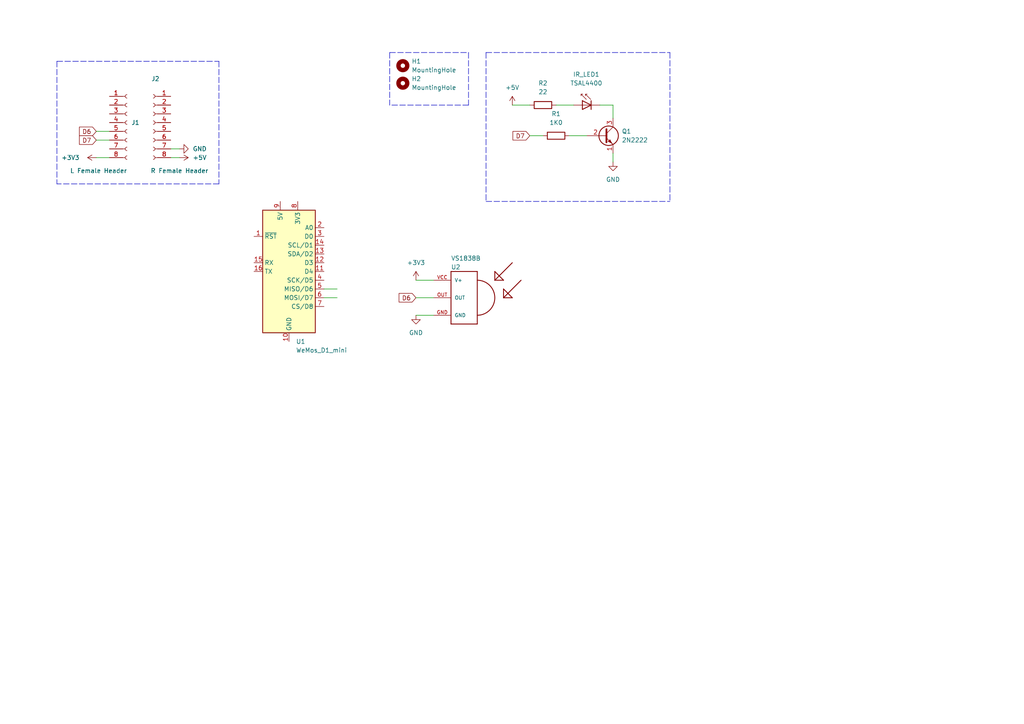
<source format=kicad_sch>
(kicad_sch (version 20211123) (generator eeschema)
  (paper "A4")
  (lib_symbols
    (symbol "Connector:Conn_01x08_Female" (pin_names (offset 1.016) hide)
      (property "Reference" "J" (at 0 10.16 0))
      (property "Value" "Conn_01x08_Female" (at 0 -12.7 0))
      (symbol "Conn_01x08_Female_1_1"
        (arc (start 0 -9.652) (mid -0.508 -10.16) (end 0 -10.668) (stroke (width 0.1524)))
        (arc (start 0 -7.112) (mid -0.508 -7.62) (end 0 -8.128) (stroke (width 0.1524)))
        (arc (start 0 -4.572) (mid -0.508 -5.08) (end 0 -5.588) (stroke (width 0.1524)))
        (arc (start 0 -2.032) (mid -0.508 -2.54) (end 0 -3.048) (stroke (width 0.1524)))
        (polyline (pts (xy -1.27 -10.16) (xy -0.508 -10.16)) (stroke (width 0.1524)))
        (polyline (pts (xy -1.27 -7.62) (xy -0.508 -7.62)) (stroke (width 0.1524)))
        (polyline (pts (xy -1.27 -5.08) (xy -0.508 -5.08)) (stroke (width 0.1524)))
        (polyline (pts (xy -1.27 -2.54) (xy -0.508 -2.54)) (stroke (width 0.1524)))
        (polyline (pts (xy -1.27 0) (xy -0.508 0)) (stroke (width 0.1524)))
        (polyline (pts (xy -1.27 2.54) (xy -0.508 2.54)) (stroke (width 0.1524)))
        (polyline (pts (xy -1.27 5.08) (xy -0.508 5.08)) (stroke (width 0.1524)))
        (polyline (pts (xy -1.27 7.62) (xy -0.508 7.62)) (stroke (width 0.1524)))
        (arc (start 0 0.508) (mid -0.508 0) (end 0 -0.508) (stroke (width 0.1524)))
        (arc (start 0 3.048) (mid -0.508 2.54) (end 0 2.032) (stroke (width 0.1524)))
        (arc (start 0 5.588) (mid -0.508 5.08) (end 0 4.572) (stroke (width 0.1524)))
        (arc (start 0 8.128) (mid -0.508 7.62) (end 0 7.112) (stroke (width 0.1524)))
        (pin passive line (at -5.08 7.62 0) (length 3.81) (name "Pin_1") (number "1"))
        (pin passive line (at -5.08 5.08 0) (length 3.81) (name "Pin_2") (number "2"))
        (pin passive line (at -5.08 2.54 0) (length 3.81) (name "Pin_3") (number "3"))
        (pin passive line (at -5.08 0 0) (length 3.81) (name "Pin_4") (number "4"))
        (pin passive line (at -5.08 -2.54 0) (length 3.81) (name "Pin_5") (number "5"))
        (pin passive line (at -5.08 -5.08 0) (length 3.81) (name "Pin_6") (number "6"))
        (pin passive line (at -5.08 -7.62 0) (length 3.81) (name "Pin_7") (number "7"))
        (pin passive line (at -5.08 -10.16 0) (length 3.81) (name "Pin_8") (number "8"))
      )
    )
    (symbol "Device:R" (pin_numbers hide) (pin_names (offset 0))
      (property "Reference" "R" (at 2.032 0 90))
      (property "Value" "R" (at 0 0 90))
      (symbol "R_0_1"
        (rectangle (start -1.016 -2.54) (end 1.016 2.54) (stroke (width 0.254)))
      )
      (symbol "R_1_1"
        (pin passive line (at 0 3.81 270) (length 1.27) (name "~") (number "1"))
        (pin passive line (at 0 -3.81 90) (length 1.27) (name "~") (number "2"))
      )
    )
    (symbol "LED:TSAL4400" (pin_numbers hide) (pin_names (offset 1.016) hide)
      (property "Reference" "D" (at 0.508 1.778 0))
      (property "Value" "TSAL4400" (at -1.016 -2.794 0))
      (symbol "TSAL4400_0_1"
        (polyline (pts (xy -2.54 1.27) (xy -2.54 -1.27)) (stroke (width 0.254)))
        (polyline (pts (xy 0 0) (xy -2.54 0)))
        (polyline (pts (xy 0.381 3.175) (xy -0.127 3.175)))
        (polyline (pts (xy -1.143 1.651) (xy 0.381 3.175) (xy 0.381 2.667)))
        (polyline (pts (xy 0 1.27) (xy -2.54 0) (xy 0 -1.27) (xy 0 1.27)) (stroke (width 0.254)))
        (polyline (pts (xy -2.413 1.651) (xy -0.889 3.175) (xy -0.889 2.667) (xy -0.889 3.175) (xy -1.397 3.175)))
      )
      (symbol "TSAL4400_1_1"
        (pin passive line (at -5.08 0 0) (length 2.54) (name "K") (number "1"))
        (pin passive line (at 2.54 0 180) (length 2.54) (name "A") (number "2"))
      )
    )
    (symbol "MCU_Module:WeMos_D1_mini"
      (property "Reference" "U" (at 3.81 19.05 0))
      (property "Value" "WeMos_D1_mini" (at 1.27 -19.05 0))
      (symbol "WeMos_D1_mini_1_1"
        (rectangle (start -7.62 17.78) (end 7.62 -17.78) (stroke (width 0.254)) (fill (type background)))
        (pin input line (at -10.16 10.16 0) (length 2.54) (name "~{RST}") (number "1"))
        (pin power_in line (at 0 -20.32 90) (length 2.54) (name "GND") (number "10"))
        (pin bidirectional line (at 10.16 0 180) (length 2.54) (name "D4") (number "11"))
        (pin bidirectional line (at 10.16 2.54 180) (length 2.54) (name "D3") (number "12"))
        (pin bidirectional line (at 10.16 5.08 180) (length 2.54) (name "SDA/D2") (number "13"))
        (pin bidirectional line (at 10.16 7.62 180) (length 2.54) (name "SCL/D1") (number "14"))
        (pin input line (at -10.16 2.54 0) (length 2.54) (name "RX") (number "15"))
        (pin output line (at -10.16 0 0) (length 2.54) (name "TX") (number "16"))
        (pin input line (at 10.16 12.7 180) (length 2.54) (name "A0") (number "2"))
        (pin bidirectional line (at 10.16 10.16 180) (length 2.54) (name "D0") (number "3"))
        (pin bidirectional line (at 10.16 -2.54 180) (length 2.54) (name "SCK/D5") (number "4"))
        (pin bidirectional line (at 10.16 -5.08 180) (length 2.54) (name "MISO/D6") (number "5"))
        (pin bidirectional line (at 10.16 -7.62 180) (length 2.54) (name "MOSI/D7") (number "6"))
        (pin bidirectional line (at 10.16 -10.16 180) (length 2.54) (name "CS/D8") (number "7"))
        (pin power_out line (at 2.54 20.32 270) (length 2.54) (name "3V3") (number "8"))
        (pin power_in line (at -2.54 20.32 270) (length 2.54) (name "5V") (number "9"))
      )
    )
    (symbol "Mechanical:MountingHole" (pin_names (offset 1.016))
      (property "Reference" "H" (at 0 5.08 0))
      (property "Value" "MountingHole" (at 0 3.175 0))
      (symbol "MountingHole_0_1"
        (circle (center 0 0) (radius 1.27) (stroke (width 1.27)))
      )
    )
    (symbol "TSOP1838:TSOP1838" (pin_names (offset 1.016))
      (property "Reference" "U" (at 0 0 0))
      (property "Value" "TSOP1838" (at 0 0 0))
      (symbol "TSOP1838_0_0"
        (arc (start -5.08 5.08) (mid -10.16 0) (end -5.08 -5.08) (stroke (width 0.254)))
        (polyline (pts (xy -15.24 0) (xy -12.7 0)) (stroke (width 0.254)))
        (polyline (pts (xy -15.24 0) (xy -12.7 2.54)) (stroke (width 0.254)))
        (polyline (pts (xy -15.24 10.16) (xy -10.16 5.08)) (stroke (width 0.254)))
        (polyline (pts (xy -12.7 0) (xy -17.78 5.08)) (stroke (width 0.254)))
        (polyline (pts (xy -12.7 2.54) (xy -12.7 0)) (stroke (width 0.254)))
        (polyline (pts (xy -12.7 5.08) (xy -10.16 5.08)) (stroke (width 0.254)))
        (polyline (pts (xy -10.16 5.08) (xy -10.16 7.62)) (stroke (width 0.254)))
        (polyline (pts (xy -10.16 7.62) (xy -12.7 5.08)) (stroke (width 0.254)))
        (polyline (pts (xy -5.08 -7.62) (xy -5.08 7.62)) (stroke (width 0.254)))
        (polyline (pts (xy -5.08 7.62) (xy 2.54 7.62)) (stroke (width 0.254)))
        (polyline (pts (xy 2.54 -7.62) (xy -5.08 -7.62)) (stroke (width 0.254)))
        (polyline (pts (xy 2.54 7.62) (xy 2.54 -7.62)) (stroke (width 0.254)))
        (pin bidirectional line (at 7.62 -5.08 180) (length 5.08) (name "GND") (number "GND"))
        (pin bidirectional line (at 7.62 0 180) (length 5.08) (name "OUT") (number "OUT"))
        (pin bidirectional line (at 7.62 5.08 180) (length 5.08) (name "V+") (number "VCC"))
      )
    )
    (symbol "Transistor_BJT:PN2222A" (pin_names (offset 0) hide)
      (property "Reference" "Q" (at 5.08 1.905 0))
      (property "Value" "PN2222A" (at 5.08 0 0))
      (symbol "PN2222A_0_1"
        (polyline (pts (xy 0 0) (xy 0.635 0)))
        (polyline (pts (xy 2.54 -2.54) (xy 0.635 -0.635)))
        (polyline (pts (xy 2.54 2.54) (xy 0.635 0.635)))
        (polyline (pts (xy 0.635 1.905) (xy 0.635 -1.905) (xy 0.635 -1.905)) (stroke (width 0.508)))
        (polyline (pts (xy 2.413 -2.413) (xy 1.905 -1.905) (xy 1.905 -1.905)))
        (polyline (pts (xy 1.143 -1.651) (xy 1.651 -1.143) (xy 2.159 -2.159) (xy 1.143 -1.651) (xy 1.143 -1.651)) (fill (type outline)))
        (circle (center 1.27 0) (radius 2.8194) (stroke (width 0.254)))
      )
      (symbol "PN2222A_1_1"
        (pin passive line (at 2.54 -5.08 90) (length 2.54) (name "E") (number "1"))
        (pin input line (at -5.08 0 0) (length 5.08) (name "B") (number "2"))
        (pin passive line (at 2.54 5.08 270) (length 2.54) (name "C") (number "3"))
      )
    )
    (symbol "power:+3.3V" (power) (pin_names (offset 0))
      (property "Value" "+3.3V" (at 0 3.556 0))
      (symbol "+3.3V_0_1"
        (polyline (pts (xy -0.762 1.27) (xy 0 2.54)))
        (polyline (pts (xy 0 0) (xy 0 2.54)))
        (polyline (pts (xy 0 2.54) (xy 0.762 1.27)))
      )
      (symbol "+3.3V_1_1"
        (pin power_in line (at 0 0 90) (length 0) hide (name "+3V3") (number "1"))
      )
    )
    (symbol "power:+5V" (power) (pin_names (offset 0))
      (property "Value" "+5V" (at 0 3.556 0))
      (symbol "+5V_0_1"
        (polyline (pts (xy -0.762 1.27) (xy 0 2.54)))
        (polyline (pts (xy 0 0) (xy 0 2.54)))
        (polyline (pts (xy 0 2.54) (xy 0.762 1.27)))
      )
      (symbol "+5V_1_1"
        (pin power_in line (at 0 0 90) (length 0) hide (name "+5V") (number "1"))
      )
    )
    (symbol "power:GND" (power) (pin_names (offset 0))
      (property "Value" "GND" (at 0 -3.81 0))
      (symbol "GND_0_1"
        (polyline (pts (xy 0 0) (xy 0 -1.27) (xy 1.27 -1.27) (xy 0 -2.54) (xy -1.27 -1.27) (xy 0 -1.27)))
      )
      (symbol "GND_1_1"
        (pin power_in line (at 0 0 270) (length 0) hide (name "GND") (number "1"))
      )
    )
  )
  (polyline (pts (xy 16.51 17.78) (xy 16.51 53.34)))
  (polyline (pts (xy 135.89 15.24) (xy 135.89 30.48)))
  (wire (pts (xy 49.53 43.18) (xy 52.07 43.18)))
  (wire (pts (xy 49.53 45.72) (xy 52.07 45.72)))
  (wire (pts (xy 120.65 91.44) (xy 125.73 91.44)))
  (polyline (pts (xy 63.5 53.34) (xy 16.51 53.34)))
  (wire (pts (xy 93.98 86.36) (xy 97.79 86.36)))
  (wire (pts (xy 173.99 30.48) (xy 177.8 30.48)))
  (polyline (pts (xy 113.03 15.24) (xy 135.89 15.24)))
  (polyline (pts (xy 16.51 17.78) (xy 63.5 17.78)))
  (polyline (pts (xy 113.03 15.24) (xy 113.03 30.48)))
  (wire (pts (xy 27.94 38.1) (xy 31.75 38.1)))
  (wire (pts (xy 148.59 30.48) (xy 153.67 30.48)))
  (wire (pts (xy 177.8 34.29) (xy 177.8 30.48)))
  (wire (pts (xy 165.1 39.37) (xy 170.18 39.37)))
  (polyline (pts (xy 140.97 58.42) (xy 194.31 58.42)))
  (wire (pts (xy 120.65 81.28) (xy 125.73 81.28)))
  (wire (pts (xy 161.29 30.48) (xy 166.37 30.48)))
  (wire (pts (xy 27.94 45.72) (xy 31.75 45.72)))
  (wire (pts (xy 27.94 40.64) (xy 31.75 40.64)))
  (polyline (pts (xy 135.89 30.48) (xy 113.03 30.48)))
  (polyline (pts (xy 63.5 17.78) (xy 63.5 53.34)))
  (wire (pts (xy 177.8 44.45) (xy 177.8 46.99)))
  (wire (pts (xy 153.67 39.37) (xy 157.48 39.37)))
  (polyline (pts (xy 194.31 15.24) (xy 194.31 58.42)))
  (polyline (pts (xy 140.97 15.24) (xy 194.31 15.24)))
  (wire (pts (xy 93.98 83.82) (xy 97.79 83.82)))
  (wire (pts (xy 120.65 86.36) (xy 125.73 86.36)))
  (polyline (pts (xy 140.97 15.24) (xy 140.97 58.42)))
  (global_label "D6" (shape input) (at 27.94 38.1 180) (property "Intersheet References" "${INTERSHEET_REFS}" (effects hide)))
  (global_label "D6" (shape input) (at 120.65 86.36 180) (property "Intersheet References" "${INTERSHEET_REFS}" (effects hide)))
  (global_label "D7" (shape input) (at 153.67 39.37 180) (property "Intersheet References" "${INTERSHEET_REFS}" (effects hide)))
  (global_label "D7" (shape input) (at 27.94 40.64 180) (property "Intersheet References" "${INTERSHEET_REFS}" (effects hide)))
  (symbol (lib_id "LED:TSAL4400") (at 168.91 30.48 0) (mirror y) (unit 1)
    (property "Reference" "IR_LED1" (at 170.053 21.59 0))
    (property "Value" "TSAL4400" (at 170.053 24.13 0))
    (property "Footprint" "LED_THT:LED_D3.0mm_IRBlack" (effects hide))
    (property "Datasheet" "http://www.vishay.com/docs/81006/tsal4400.pdf" (effects hide))
  )
  (symbol (lib_id "Connector:Conn_01x08_Female") (at 44.45 35.56 0) (mirror y) (unit 1)
    (property "Reference" "J2" (at 45.085 22.86 0))
    (property "Value" "R Female Header" (at 52.07 49.53 0))
    (property "Footprint" "Connector_PinHeader_2.54mm:PinHeader_1x08_P2.54mm_Vertical" (effects hide))
  )
  (symbol (lib_id "power:+3.3V") (at 120.65 81.28 0) (unit 1)
    (property "Reference" "#PWR0105" (effects hide))
    (property "Value" "+3.3V" (at 120.65 76.2 0))
  )
  (symbol (lib_id "power:+3.3V") (at 27.94 45.72 90) (unit 1)
    (property "Reference" "#PWR0106" (effects hide))
    (property "Value" "+3.3V" (at 17.78 45.72 90) (effects (justify right)))
  )
  (symbol (lib_id "Mechanical:MountingHole") (at 116.84 24.13 0) (unit 1)
    (property "Reference" "H2" (at 119.38 22.8599 0) (effects (justify left)))
    (property "Value" "MountingHole" (at 119.38 25.3999 0) (effects (justify left)))
    (property "Footprint" "MountingHole:MountingHole_3.2mm_M3" (effects hide))
  )
  (symbol (lib_id "Connector:Conn_01x08_Female") (at 36.83 35.56 0) (unit 1)
    (property "Reference" "J1" (at 38.1 35.5599 0) (effects (justify left)))
    (property "Value" "L Female Header" (at 20.32 49.53 0) (effects (justify left)))
    (property "Footprint" "Connector_PinHeader_2.54mm:PinHeader_1x08_P2.54mm_Vertical" (effects hide))
  )
  (symbol (lib_id "Transistor_BJT:PN2222A") (at 175.26 39.37 0) (unit 1)
    (property "Reference" "Q1" (at 180.34 38.0999 0) (effects (justify left)))
    (property "Value" "2N2222" (at 180.34 40.6399 0) (effects (justify left)))
    (property "Footprint" "Package_TO_SOT_THT:TO-92_Inline" (effects hide))
    (property "Datasheet" "https://www.onsemi.com/pub/Collateral/PN2222-D.PDF" (effects hide))
  )
  (symbol (lib_id "power:+5V") (at 52.07 45.72 270) (unit 1)
    (property "Reference" "#PWR0107" (effects hide))
    (property "Value" "+5V" (at 55.88 45.7199 90) (effects (justify left)))
  )
  (symbol (lib_id "Mechanical:MountingHole") (at 116.84 19.05 0) (unit 1)
    (property "Reference" "H1" (at 119.38 17.7799 0) (effects (justify left)))
    (property "Value" "MountingHole" (at 119.38 20.3199 0) (effects (justify left)))
    (property "Footprint" "MountingHole:MountingHole_3.2mm_M3" (effects hide))
  )
  (symbol (lib_id "Device:R") (at 161.29 39.37 270) (unit 1)
    (property "Reference" "R1" (at 161.29 33.02 90))
    (property "Value" "1K0" (at 161.29 35.56 90))
    (property "Footprint" "Resistor_THT:R_Axial_DIN0207_L6.3mm_D2.5mm_P10.16mm_Horizontal" (effects hide))
    (property "Datasheet" "https://www.jaycar.com.au/medias/sys_master/images/images/9787545485342/RR0572-dataSheetMain.pdf" (effects hide))
  )
  (symbol (lib_id "MCU_Module:WeMos_D1_mini") (at 83.82 78.74 0) (unit 1)
    (property "Reference" "U1" (at 85.8394 99.06 0) (effects (justify left)))
    (property "Value" "WeMos_D1_mini" (at 85.8394 101.6 0) (effects (justify left)))
    (property "Footprint" "Module:WEMOS_D1_mini_light" (effects hide))
    (property "Datasheet" "https://wiki.wemos.cc/products:d1:d1_mini#documentation" (effects hide))
  )
  (symbol (lib_id "power:GND") (at 120.65 91.44 0) (unit 1)
    (property "Reference" "#PWR0101" (effects hide))
    (property "Value" "GND" (at 120.65 96.52 0))
  )
  (symbol (lib_id "power:GND") (at 177.8 46.99 0) (unit 1)
    (property "Reference" "#PWR0103" (effects hide))
    (property "Value" "GND" (at 177.8 52.07 0))
  )
  (symbol (lib_id "Device:R") (at 157.48 30.48 270) (unit 1)
    (property "Reference" "R2" (at 157.48 24.13 90))
    (property "Value" "22" (at 157.48 26.67 90))
    (property "Footprint" "Resistor_THT:R_Axial_DIN0207_L6.3mm_D2.5mm_P10.16mm_Horizontal" (effects hide))
    (property "Datasheet" "https://www.jaycar.com.au/medias/sys_master/images/images/9787844231198/RR0534-dataSheetMain.pdf" (effects hide))
  )
  (symbol (lib_id "TSOP1838:TSOP1838") (at 133.35 86.36 0) (mirror y) (unit 1)
    (property "Reference" "U2" (at 130.81 77.47 0) (effects (justify right)))
    (property "Value" "VS1838B" (at 130.81 74.93 0) (effects (justify right)))
    (property "Footprint" "TSOP18XX" (effects hide))
  )
  (symbol (lib_id "power:+5V") (at 148.59 30.48 0) (unit 1)
    (property "Reference" "#PWR0104" (effects hide))
    (property "Value" "+5V" (at 148.59 25.4 0))
  )
  (symbol (lib_id "power:GND") (at 52.07 43.18 90) (unit 1)
    (property "Reference" "#PWR0108" (effects hide))
    (property "Value" "GND" (at 55.88 43.1799 90) (effects (justify right)))
  )
)
</source>
